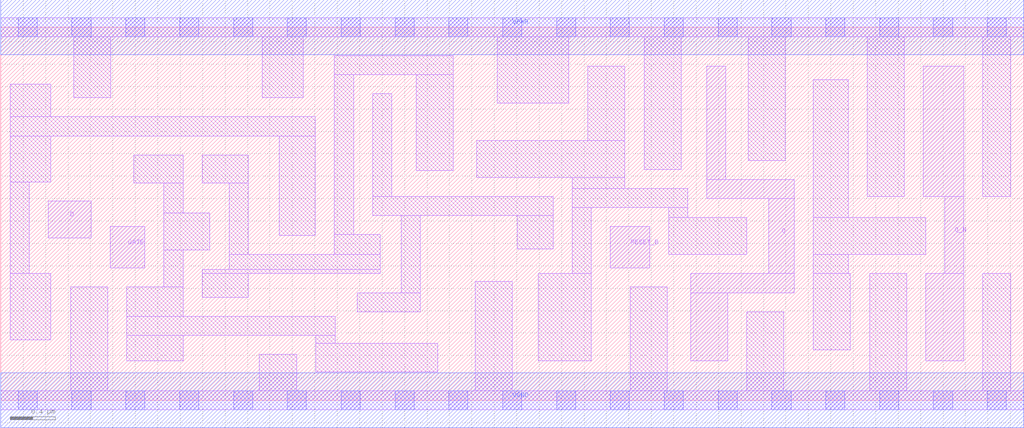
<source format=lef>
# Copyright 2020 The SkyWater PDK Authors
#
# Licensed under the Apache License, Version 2.0 (the "License");
# you may not use this file except in compliance with the License.
# You may obtain a copy of the License at
#
#     https://www.apache.org/licenses/LICENSE-2.0
#
# Unless required by applicable law or agreed to in writing, software
# distributed under the License is distributed on an "AS IS" BASIS,
# WITHOUT WARRANTIES OR CONDITIONS OF ANY KIND, either express or implied.
# See the License for the specific language governing permissions and
# limitations under the License.
#
# SPDX-License-Identifier: Apache-2.0

VERSION 5.7 ;
  NAMESCASESENSITIVE ON ;
  NOWIREEXTENSIONATPIN ON ;
  DIVIDERCHAR "/" ;
  BUSBITCHARS "[]" ;
UNITS
  DATABASE MICRONS 200 ;
END UNITS
MACRO sky130_fd_sc_hs__dlrbp_2
  CLASS CORE ;
  SOURCE USER ;
  FOREIGN sky130_fd_sc_hs__dlrbp_2 ;
  ORIGIN  0.000000  0.000000 ;
  SIZE  9.120000 BY  3.330000 ;
  SYMMETRY X Y ;
  SITE unit ;
  PIN D
    ANTENNAGATEAREA  0.208500 ;
    DIRECTION INPUT ;
    USE SIGNAL ;
    PORT
      LAYER li1 ;
        RECT 0.425000 1.450000 0.805000 1.780000 ;
    END
  END D
  PIN Q
    ANTENNADIFFAREA  0.543200 ;
    DIRECTION OUTPUT ;
    USE SIGNAL ;
    PORT
      LAYER li1 ;
        RECT 6.150000 0.350000 6.480000 0.960000 ;
        RECT 6.150000 0.960000 7.075000 1.130000 ;
        RECT 6.295000 1.800000 7.075000 1.970000 ;
        RECT 6.295000 1.970000 6.465000 2.980000 ;
        RECT 6.845000 1.130000 7.075000 1.800000 ;
    END
  END Q
  PIN Q_N
    ANTENNADIFFAREA  0.543200 ;
    DIRECTION OUTPUT ;
    USE SIGNAL ;
    PORT
      LAYER li1 ;
        RECT 8.225000 1.820000 8.585000 2.980000 ;
        RECT 8.245000 0.350000 8.585000 1.130000 ;
        RECT 8.415000 1.130000 8.585000 1.820000 ;
    END
  END Q_N
  PIN RESET_B
    ANTENNAGATEAREA  0.279000 ;
    DIRECTION INPUT ;
    USE SIGNAL ;
    PORT
      LAYER li1 ;
        RECT 5.435000 1.180000 5.785000 1.550000 ;
    END
  END RESET_B
  PIN GATE
    ANTENNAGATEAREA  0.237000 ;
    DIRECTION INPUT ;
    USE CLOCK ;
    PORT
      LAYER li1 ;
        RECT 0.975000 1.180000 1.285000 1.550000 ;
    END
  END GATE
  PIN VGND
    DIRECTION INOUT ;
    USE GROUND ;
    PORT
      LAYER met1 ;
        RECT 0.000000 -0.245000 9.120000 0.245000 ;
    END
  END VGND
  PIN VPWR
    DIRECTION INOUT ;
    USE POWER ;
    PORT
      LAYER met1 ;
        RECT 0.000000 3.085000 9.120000 3.575000 ;
    END
  END VPWR
  OBS
    LAYER li1 ;
      RECT 0.000000 -0.085000 9.120000 0.085000 ;
      RECT 0.000000  3.245000 9.120000 3.415000 ;
      RECT 0.085000  0.540000 0.445000 1.130000 ;
      RECT 0.085000  1.130000 0.255000 1.950000 ;
      RECT 0.085000  1.950000 0.445000 2.360000 ;
      RECT 0.085000  2.360000 2.805000 2.530000 ;
      RECT 0.085000  2.530000 0.445000 2.820000 ;
      RECT 0.625000  0.085000 0.955000 1.010000 ;
      RECT 0.650000  2.700000 0.980000 3.245000 ;
      RECT 1.125000  0.350000 1.625000 0.580000 ;
      RECT 1.125000  0.580000 2.980000 0.750000 ;
      RECT 1.125000  0.750000 1.625000 1.010000 ;
      RECT 1.185000  1.940000 1.625000 2.190000 ;
      RECT 1.455000  1.010000 1.625000 1.340000 ;
      RECT 1.455000  1.340000 1.865000 1.670000 ;
      RECT 1.455000  1.670000 1.625000 1.940000 ;
      RECT 1.795000  0.920000 2.205000 1.130000 ;
      RECT 1.795000  1.130000 3.385000 1.170000 ;
      RECT 1.795000  1.940000 2.205000 2.190000 ;
      RECT 2.035000  1.170000 3.385000 1.300000 ;
      RECT 2.035000  1.300000 2.205000 1.940000 ;
      RECT 2.305000  0.085000 2.640000 0.410000 ;
      RECT 2.330000  2.700000 2.695000 3.245000 ;
      RECT 2.485000  1.470000 2.805000 2.360000 ;
      RECT 2.810000  0.255000 3.895000 0.510000 ;
      RECT 2.810000  0.510000 2.980000 0.580000 ;
      RECT 2.975000  1.300000 3.385000 1.480000 ;
      RECT 2.975000  1.480000 3.145000 2.905000 ;
      RECT 2.975000  2.905000 4.035000 3.075000 ;
      RECT 3.180000  0.790000 3.740000 0.960000 ;
      RECT 3.315000  1.650000 4.925000 1.820000 ;
      RECT 3.315000  1.820000 3.485000 2.735000 ;
      RECT 3.570000  0.960000 3.740000 1.650000 ;
      RECT 3.705000  2.050000 4.035000 2.905000 ;
      RECT 4.230000  0.085000 4.560000 1.060000 ;
      RECT 4.245000  1.990000 5.565000 2.320000 ;
      RECT 4.425000  2.650000 5.065000 3.245000 ;
      RECT 4.605000  1.350000 4.925000 1.650000 ;
      RECT 4.790000  0.350000 5.265000 1.130000 ;
      RECT 5.095000  1.130000 5.265000 1.720000 ;
      RECT 5.095000  1.720000 6.125000 1.890000 ;
      RECT 5.095000  1.890000 5.565000 1.990000 ;
      RECT 5.235000  2.320000 5.565000 2.980000 ;
      RECT 5.610000  0.085000 5.940000 1.010000 ;
      RECT 5.735000  2.060000 6.065000 3.245000 ;
      RECT 5.955000  1.300000 6.650000 1.630000 ;
      RECT 5.955000  1.630000 6.125000 1.720000 ;
      RECT 6.650000  0.085000 6.980000 0.790000 ;
      RECT 6.665000  2.140000 6.995000 3.245000 ;
      RECT 7.245000  0.450000 7.575000 1.130000 ;
      RECT 7.245000  1.130000 7.555000 1.300000 ;
      RECT 7.245000  1.300000 8.245000 1.630000 ;
      RECT 7.245000  1.630000 7.555000 2.860000 ;
      RECT 7.725000  1.820000 8.055000 3.245000 ;
      RECT 7.745000  0.085000 8.075000 1.130000 ;
      RECT 8.755000  0.085000 9.005000 1.130000 ;
      RECT 8.755000  1.820000 9.005000 3.245000 ;
    LAYER mcon ;
      RECT 0.155000 -0.085000 0.325000 0.085000 ;
      RECT 0.155000  3.245000 0.325000 3.415000 ;
      RECT 0.635000 -0.085000 0.805000 0.085000 ;
      RECT 0.635000  3.245000 0.805000 3.415000 ;
      RECT 1.115000 -0.085000 1.285000 0.085000 ;
      RECT 1.115000  3.245000 1.285000 3.415000 ;
      RECT 1.595000 -0.085000 1.765000 0.085000 ;
      RECT 1.595000  3.245000 1.765000 3.415000 ;
      RECT 2.075000 -0.085000 2.245000 0.085000 ;
      RECT 2.075000  3.245000 2.245000 3.415000 ;
      RECT 2.555000 -0.085000 2.725000 0.085000 ;
      RECT 2.555000  3.245000 2.725000 3.415000 ;
      RECT 3.035000 -0.085000 3.205000 0.085000 ;
      RECT 3.035000  3.245000 3.205000 3.415000 ;
      RECT 3.515000 -0.085000 3.685000 0.085000 ;
      RECT 3.515000  3.245000 3.685000 3.415000 ;
      RECT 3.995000 -0.085000 4.165000 0.085000 ;
      RECT 3.995000  3.245000 4.165000 3.415000 ;
      RECT 4.475000 -0.085000 4.645000 0.085000 ;
      RECT 4.475000  3.245000 4.645000 3.415000 ;
      RECT 4.955000 -0.085000 5.125000 0.085000 ;
      RECT 4.955000  3.245000 5.125000 3.415000 ;
      RECT 5.435000 -0.085000 5.605000 0.085000 ;
      RECT 5.435000  3.245000 5.605000 3.415000 ;
      RECT 5.915000 -0.085000 6.085000 0.085000 ;
      RECT 5.915000  3.245000 6.085000 3.415000 ;
      RECT 6.395000 -0.085000 6.565000 0.085000 ;
      RECT 6.395000  3.245000 6.565000 3.415000 ;
      RECT 6.875000 -0.085000 7.045000 0.085000 ;
      RECT 6.875000  3.245000 7.045000 3.415000 ;
      RECT 7.355000 -0.085000 7.525000 0.085000 ;
      RECT 7.355000  3.245000 7.525000 3.415000 ;
      RECT 7.835000 -0.085000 8.005000 0.085000 ;
      RECT 7.835000  3.245000 8.005000 3.415000 ;
      RECT 8.315000 -0.085000 8.485000 0.085000 ;
      RECT 8.315000  3.245000 8.485000 3.415000 ;
      RECT 8.795000 -0.085000 8.965000 0.085000 ;
      RECT 8.795000  3.245000 8.965000 3.415000 ;
  END
END sky130_fd_sc_hs__dlrbp_2
END LIBRARY

</source>
